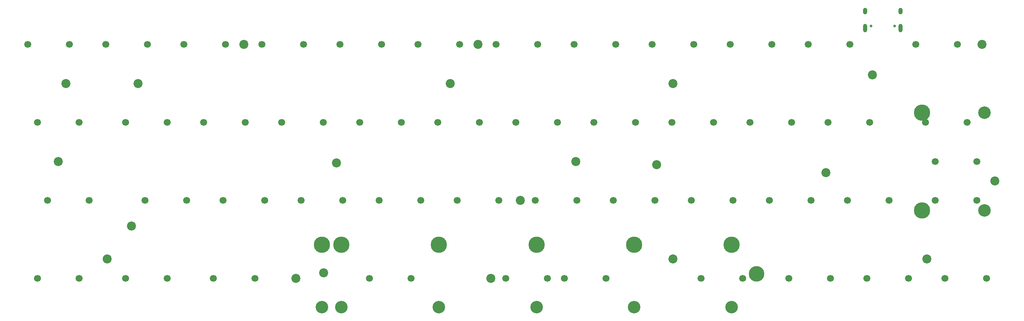
<source format=gbr>
G04 #@! TF.GenerationSoftware,KiCad,Pcbnew,(7.0.0)*
G04 #@! TF.CreationDate,2023-11-27T23:40:42+01:00*
G04 #@! TF.ProjectId,vootington VAN,766f6f74-696e-4677-946f-6e2056414e2e,rev?*
G04 #@! TF.SameCoordinates,Original*
G04 #@! TF.FileFunction,Soldermask,Top*
G04 #@! TF.FilePolarity,Negative*
%FSLAX46Y46*%
G04 Gerber Fmt 4.6, Leading zero omitted, Abs format (unit mm)*
G04 Created by KiCad (PCBNEW (7.0.0)) date 2023-11-27 23:40:42*
%MOMM*%
%LPD*%
G01*
G04 APERTURE LIST*
%ADD10C,1.700000*%
%ADD11C,2.200000*%
%ADD12C,3.048000*%
%ADD13C,3.987800*%
%ADD14C,3.800000*%
%ADD15C,0.650000*%
%ADD16O,1.000000X1.600000*%
%ADD17O,1.000000X2.100000*%
G04 APERTURE END LIST*
D10*
X136207500Y-79375000D03*
X146367500Y-79375000D03*
X193357500Y-79375000D03*
X203517500Y-79375000D03*
D11*
X38893750Y-69850000D03*
D10*
X252888750Y-69850000D03*
X263048750Y-69850000D03*
D11*
X188912500Y-50800000D03*
D10*
X174307500Y-79375000D03*
X184467500Y-79375000D03*
X236220000Y-98425000D03*
X246380000Y-98425000D03*
D11*
X141287500Y-41275000D03*
D10*
X117157500Y-79375000D03*
X127317500Y-79375000D03*
X202882500Y-41275000D03*
X213042500Y-41275000D03*
X169545000Y-60325000D03*
X179705000Y-60325000D03*
X79057500Y-79375000D03*
X89217500Y-79375000D03*
X93345000Y-60325000D03*
X103505000Y-60325000D03*
X217170000Y-98425000D03*
X227330000Y-98425000D03*
X55245000Y-98425000D03*
X65405000Y-98425000D03*
X74295000Y-60325000D03*
X84455000Y-60325000D03*
D11*
X264318750Y-41275000D03*
X165162500Y-69850000D03*
D10*
X36195000Y-79375000D03*
X46355000Y-79375000D03*
X212407500Y-79375000D03*
X222567500Y-79375000D03*
X112395000Y-60325000D03*
X122555000Y-60325000D03*
X226695000Y-60325000D03*
X236855000Y-60325000D03*
X69532500Y-41275000D03*
X79692500Y-41275000D03*
X155257500Y-79375000D03*
X165417500Y-79375000D03*
D11*
X144462500Y-98425000D03*
X40731250Y-50800000D03*
D10*
X252888750Y-79375000D03*
X263048750Y-79375000D03*
X248126250Y-41275000D03*
X258286250Y-41275000D03*
X88582500Y-41275000D03*
X98742500Y-41275000D03*
X60007500Y-79375000D03*
X70167500Y-79375000D03*
X164782500Y-41275000D03*
X174942500Y-41275000D03*
D11*
X50800000Y-93662500D03*
D10*
X31432500Y-41275000D03*
X41592500Y-41275000D03*
D12*
X131762500Y-105410000D03*
D13*
X131762500Y-90170000D03*
D12*
X107950000Y-105410000D03*
D13*
X107950000Y-90170000D03*
D14*
X209309500Y-97302500D03*
D10*
X76676250Y-98425000D03*
X86836250Y-98425000D03*
X183832500Y-41275000D03*
X193992500Y-41275000D03*
D11*
X188912500Y-93662500D03*
D10*
X221932500Y-41275000D03*
X232092500Y-41275000D03*
D11*
X103662500Y-97024000D03*
D13*
X249713750Y-57943750D03*
X249713750Y-81756250D03*
D12*
X264953750Y-57943750D03*
X264953750Y-81756250D03*
D10*
X131445000Y-60325000D03*
X141605000Y-60325000D03*
X114776250Y-98425000D03*
X124936250Y-98425000D03*
X33813750Y-60325000D03*
X43973750Y-60325000D03*
X107632500Y-41275000D03*
X117792500Y-41275000D03*
D11*
X84137500Y-41275000D03*
D10*
X231457500Y-79375000D03*
X241617500Y-79375000D03*
D11*
X237562500Y-48674000D03*
X184943750Y-70643750D03*
D12*
X203193650Y-105410000D03*
D13*
X203193650Y-90170000D03*
D12*
X103181150Y-105410000D03*
D13*
X103181150Y-90170000D03*
D10*
X126682500Y-41275000D03*
X136842500Y-41275000D03*
X148107400Y-98425000D03*
X158267400Y-98425000D03*
X98107500Y-79375000D03*
X108267500Y-79375000D03*
X255270000Y-98425000D03*
X265430000Y-98425000D03*
X207645000Y-60325000D03*
X217805000Y-60325000D03*
X188595000Y-60325000D03*
X198755000Y-60325000D03*
X55245000Y-60325000D03*
X65405000Y-60325000D03*
X195738750Y-98425000D03*
X205898750Y-98425000D03*
X250507500Y-60325000D03*
X260667500Y-60325000D03*
X150495000Y-60325000D03*
X160655000Y-60325000D03*
X162401250Y-98425000D03*
X172561250Y-98425000D03*
X145732500Y-41275000D03*
X155892500Y-41275000D03*
D11*
X56715000Y-85573750D03*
D10*
X33813750Y-98425000D03*
X43973750Y-98425000D03*
D11*
X96837500Y-98425000D03*
X226218750Y-72531250D03*
D10*
X50482500Y-41275000D03*
X60642500Y-41275000D03*
D12*
X179387500Y-105410000D03*
D13*
X179387500Y-90170000D03*
D12*
X155575000Y-105410000D03*
D13*
X155575000Y-90170000D03*
D11*
X58312500Y-50800000D03*
X106744954Y-70226862D03*
X151606250Y-79375000D03*
X267493750Y-74612500D03*
X250825000Y-93662500D03*
X134512500Y-50800000D03*
D15*
X237203500Y-36731250D03*
X242983500Y-36731250D03*
D16*
X235773499Y-33081249D03*
D17*
X235773499Y-37261249D03*
D16*
X244413499Y-33081249D03*
D17*
X244413499Y-37261249D03*
M02*

</source>
